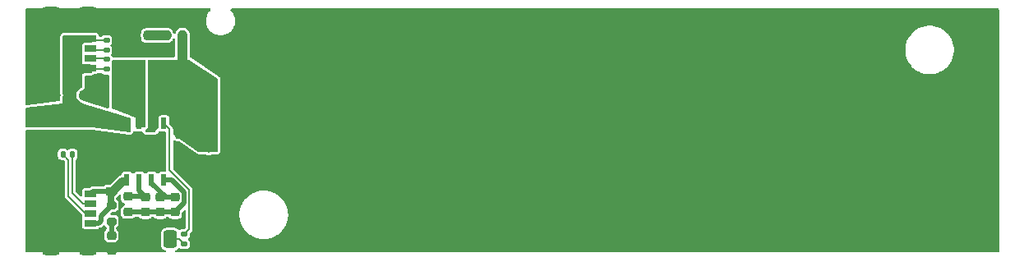
<source format=gbr>
%TF.GenerationSoftware,KiCad,Pcbnew,9.0.6*%
%TF.CreationDate,2026-02-27T22:21:18+08:00*%
%TF.ProjectId,minipower,6d696e69-706f-4776-9572-2e6b69636164,rev?*%
%TF.SameCoordinates,Original*%
%TF.FileFunction,Copper,L1,Top*%
%TF.FilePolarity,Positive*%
%FSLAX46Y46*%
G04 Gerber Fmt 4.6, Leading zero omitted, Abs format (unit mm)*
G04 Created by KiCad (PCBNEW 9.0.6) date 2026-02-27 22:21:18*
%MOMM*%
%LPD*%
G01*
G04 APERTURE LIST*
G04 Aperture macros list*
%AMRoundRect*
0 Rectangle with rounded corners*
0 $1 Rounding radius*
0 $2 $3 $4 $5 $6 $7 $8 $9 X,Y pos of 4 corners*
0 Add a 4 corners polygon primitive as box body*
4,1,4,$2,$3,$4,$5,$6,$7,$8,$9,$2,$3,0*
0 Add four circle primitives for the rounded corners*
1,1,$1+$1,$2,$3*
1,1,$1+$1,$4,$5*
1,1,$1+$1,$6,$7*
1,1,$1+$1,$8,$9*
0 Add four rect primitives between the rounded corners*
20,1,$1+$1,$2,$3,$4,$5,0*
20,1,$1+$1,$4,$5,$6,$7,0*
20,1,$1+$1,$6,$7,$8,$9,0*
20,1,$1+$1,$8,$9,$2,$3,0*%
G04 Aperture macros list end*
%TA.AperFunction,SMDPad,CuDef*%
%ADD10R,0.600000X1.200000*%
%TD*%
%TA.AperFunction,SMDPad,CuDef*%
%ADD11R,3.300000X2.400000*%
%TD*%
%TA.AperFunction,SMDPad,CuDef*%
%ADD12R,2.000000X3.400000*%
%TD*%
%TA.AperFunction,SMDPad,CuDef*%
%ADD13RoundRect,0.225000X-0.250000X0.225000X-0.250000X-0.225000X0.250000X-0.225000X0.250000X0.225000X0*%
%TD*%
%TA.AperFunction,SMDPad,CuDef*%
%ADD14RoundRect,0.250000X-0.650000X0.325000X-0.650000X-0.325000X0.650000X-0.325000X0.650000X0.325000X0*%
%TD*%
%TA.AperFunction,SMDPad,CuDef*%
%ADD15RoundRect,0.225000X0.250000X-0.225000X0.250000X0.225000X-0.250000X0.225000X-0.250000X-0.225000X0*%
%TD*%
%TA.AperFunction,SMDPad,CuDef*%
%ADD16RoundRect,0.250000X-0.425000X-0.650000X0.425000X-0.650000X0.425000X0.650000X-0.425000X0.650000X0*%
%TD*%
%TA.AperFunction,ComponentPad*%
%ADD17O,1.900000X1.100000*%
%TD*%
%TA.AperFunction,SMDPad,CuDef*%
%ADD18R,1.200000X0.700000*%
%TD*%
%TA.AperFunction,SMDPad,CuDef*%
%ADD19R,1.200000X0.800000*%
%TD*%
%TA.AperFunction,SMDPad,CuDef*%
%ADD20RoundRect,0.135000X-0.135000X-0.185000X0.135000X-0.185000X0.135000X0.185000X-0.135000X0.185000X0*%
%TD*%
%TA.AperFunction,SMDPad,CuDef*%
%ADD21RoundRect,0.225000X0.225000X0.250000X-0.225000X0.250000X-0.225000X-0.250000X0.225000X-0.250000X0*%
%TD*%
%TA.AperFunction,SMDPad,CuDef*%
%ADD22RoundRect,0.200000X-0.275000X0.200000X-0.275000X-0.200000X0.275000X-0.200000X0.275000X0.200000X0*%
%TD*%
%TA.AperFunction,SMDPad,CuDef*%
%ADD23RoundRect,0.135000X-0.185000X0.135000X-0.185000X-0.135000X0.185000X-0.135000X0.185000X0.135000X0*%
%TD*%
%TA.AperFunction,SMDPad,CuDef*%
%ADD24RoundRect,0.218750X-0.256250X0.218750X-0.256250X-0.218750X0.256250X-0.218750X0.256250X0.218750X0*%
%TD*%
%TA.AperFunction,SMDPad,CuDef*%
%ADD25RoundRect,0.218750X0.256250X-0.218750X0.256250X0.218750X-0.256250X0.218750X-0.256250X-0.218750X0*%
%TD*%
%TA.AperFunction,SMDPad,CuDef*%
%ADD26RoundRect,0.135000X0.135000X0.185000X-0.135000X0.185000X-0.135000X-0.185000X0.135000X-0.185000X0*%
%TD*%
%TA.AperFunction,ComponentPad*%
%ADD27O,1.500000X4.200000*%
%TD*%
%TA.AperFunction,SMDPad,CuDef*%
%ADD28RoundRect,0.135000X0.185000X-0.135000X0.185000X0.135000X-0.185000X0.135000X-0.185000X-0.135000X0*%
%TD*%
%TA.AperFunction,SMDPad,CuDef*%
%ADD29RoundRect,0.200000X0.200000X0.275000X-0.200000X0.275000X-0.200000X-0.275000X0.200000X-0.275000X0*%
%TD*%
%TA.AperFunction,ViaPad*%
%ADD30C,0.600000*%
%TD*%
%TA.AperFunction,Conductor*%
%ADD31C,0.200000*%
%TD*%
%TA.AperFunction,Conductor*%
%ADD32C,0.500000*%
%TD*%
%TA.AperFunction,Conductor*%
%ADD33C,1.000000*%
%TD*%
G04 APERTURE END LIST*
D10*
%TO.P,U1,1,VIN*%
%TO.N,/VIN*%
X106595000Y-66908500D03*
%TO.P,U1,2,LED1*%
%TO.N,Net-(D1-A)*%
X107865000Y-66908500D03*
%TO.P,U1,3,LED2*%
%TO.N,Net-(D3-A)*%
X109135000Y-66908500D03*
%TO.P,U1,4,LED3*%
%TO.N,Net-(D1-K)*%
X110405000Y-66908500D03*
%TO.P,U1,5,KEY*%
%TO.N,Net-(U1-KEY)*%
X110405000Y-61091500D03*
%TO.P,U1,6,BAT*%
%TO.N,/BAT*%
X109135000Y-61091500D03*
%TO.P,U1,7,SW*%
%TO.N,/SW*%
X107865000Y-61091500D03*
%TO.P,U1,8,VOUT*%
%TO.N,/VOUT*%
X106595000Y-61091500D03*
D11*
%TO.P,U1,9,EP*%
%TO.N,GND*%
X108500000Y-64000000D03*
%TD*%
D12*
%TO.P,L2,1,1*%
%TO.N,/SW*%
X106199898Y-56567500D03*
%TO.P,L2,2,2*%
%TO.N,/BAT*%
X111800102Y-56567500D03*
%TD*%
D13*
%TO.P,C6,1*%
%TO.N,Net-(C6-Pad1)*%
X105000000Y-72631000D03*
%TO.P,C6,2*%
%TO.N,GND*%
X105000000Y-74181000D03*
%TD*%
D14*
%TO.P,C5,1*%
%TO.N,/VOUT*%
X99500000Y-60025000D03*
%TO.P,C5,2*%
%TO.N,GND*%
X99500000Y-62975000D03*
%TD*%
D13*
%TO.P,C2,1*%
%TO.N,/BAT*%
X112056000Y-62225000D03*
%TO.P,C2,2*%
%TO.N,GND*%
X112056000Y-63775000D03*
%TD*%
D15*
%TO.P,C1,1*%
%TO.N,/VIN*%
X104902000Y-68085000D03*
%TO.P,C1,2*%
%TO.N,GND*%
X104902000Y-66535000D03*
%TD*%
D16*
%TO.P,S1,1,A*%
%TO.N,GND*%
X106925000Y-73000000D03*
%TO.P,S1,2,B*%
%TO.N,Net-(S1-B)*%
X111075000Y-73000000D03*
%TD*%
D17*
%TO.P,U2,7,EH*%
%TO.N,GND*%
X102613000Y-65532000D03*
X98813000Y-65532000D03*
X102613000Y-74172000D03*
X98813000Y-74172000D03*
D18*
%TO.P,U2,A5,CC1*%
%TO.N,Net-(U2-CC1)*%
X102863000Y-69352000D03*
%TO.P,U2,A9,VBUS*%
%TO.N,/VIN*%
X102863000Y-71352000D03*
D19*
%TO.P,U2,A12,GND*%
%TO.N,GND*%
X102863000Y-72552000D03*
D18*
%TO.P,U2,B5,CC2*%
%TO.N,Net-(U2-CC2)*%
X102863000Y-70352000D03*
%TO.P,U2,B9,VBUS*%
%TO.N,/VIN*%
X102863000Y-68352000D03*
D19*
%TO.P,U2,B12,GND*%
%TO.N,GND*%
X102863000Y-67152000D03*
%TD*%
D20*
%TO.P,R6,1*%
%TO.N,Net-(U2-CC1)*%
X100990000Y-64262000D03*
%TO.P,R6,2*%
%TO.N,GND*%
X102010000Y-64262000D03*
%TD*%
D21*
%TO.P,C7,1*%
%TO.N,Net-(C7-Pad1)*%
X108775000Y-52000000D03*
%TO.P,C7,2*%
%TO.N,GND*%
X107225000Y-52000000D03*
%TD*%
D22*
%TO.P,R3,1*%
%TO.N,/VIN*%
X105000000Y-69533000D03*
%TO.P,R3,2*%
%TO.N,Net-(C6-Pad1)*%
X105000000Y-71183000D03*
%TD*%
D23*
%TO.P,R1,1*%
%TO.N,Net-(U1-KEY)*%
X112500000Y-72490000D03*
%TO.P,R1,2*%
%TO.N,Net-(S1-B)*%
X112500000Y-73510000D03*
%TD*%
D24*
%TO.P,D2,1,K*%
%TO.N,Net-(D1-A)*%
X108500000Y-68660500D03*
%TO.P,D2,2,A*%
%TO.N,Net-(D1-K)*%
X108500000Y-70235500D03*
%TD*%
D25*
%TO.P,D1,1,K*%
%TO.N,Net-(D1-K)*%
X106722000Y-70210000D03*
%TO.P,D1,2,A*%
%TO.N,Net-(D1-A)*%
X106722000Y-68635000D03*
%TD*%
D26*
%TO.P,R5,1*%
%TO.N,Net-(U2-CC2)*%
X100010000Y-64262000D03*
%TO.P,R5,2*%
%TO.N,GND*%
X98990000Y-64262000D03*
%TD*%
D23*
%TO.P,R7,1*%
%TO.N,Net-(U3-CC2)*%
X104500000Y-54490000D03*
%TO.P,R7,2*%
%TO.N,/VOUT*%
X104500000Y-55510000D03*
%TD*%
D27*
%TO.P,U6,1,1*%
%TO.N,/BAT*%
X115000000Y-62000000D03*
%TO.P,U6,2,2*%
%TO.N,GND*%
X195000000Y-62000000D03*
%TD*%
D24*
%TO.P,D4,1,K*%
%TO.N,Net-(D3-A)*%
X111548000Y-68660500D03*
%TO.P,D4,2,A*%
%TO.N,Net-(D1-K)*%
X111548000Y-70235500D03*
%TD*%
D14*
%TO.P,C4,1*%
%TO.N,/VOUT*%
X102000000Y-60025000D03*
%TO.P,C4,2*%
%TO.N,GND*%
X102000000Y-62975000D03*
%TD*%
D25*
%TO.P,D3,1,K*%
%TO.N,Net-(D1-K)*%
X110024000Y-70235500D03*
%TO.P,D3,2,A*%
%TO.N,Net-(D3-A)*%
X110024000Y-68660500D03*
%TD*%
D28*
%TO.P,R8,1*%
%TO.N,Net-(U3-CC1)*%
X104500000Y-53510000D03*
%TO.P,R8,2*%
%TO.N,/VOUT*%
X104500000Y-52490000D03*
%TD*%
D29*
%TO.P,R4,1*%
%TO.N,/BAT*%
X112325000Y-52000000D03*
%TO.P,R4,2*%
%TO.N,Net-(C7-Pad1)*%
X110675000Y-52000000D03*
%TD*%
D17*
%TO.P,U3,7,EH*%
%TO.N,GND*%
X102606000Y-49526000D03*
X98806000Y-49526000D03*
X102606000Y-58166000D03*
X98806000Y-58166000D03*
D18*
%TO.P,U3,A5,CC1*%
%TO.N,Net-(U3-CC1)*%
X102856000Y-53346000D03*
%TO.P,U3,A9,VBUS*%
%TO.N,/VOUT*%
X102856000Y-55346000D03*
D19*
%TO.P,U3,A12,GND*%
%TO.N,GND*%
X102856000Y-56546000D03*
D18*
%TO.P,U3,B5,CC2*%
%TO.N,Net-(U3-CC2)*%
X102856000Y-54346000D03*
%TO.P,U3,B9,VBUS*%
%TO.N,/VOUT*%
X102856000Y-52346000D03*
D19*
%TO.P,U3,B12,GND*%
%TO.N,GND*%
X102856000Y-51146000D03*
%TD*%
D14*
%TO.P,C3,1*%
%TO.N,/VOUT*%
X104500000Y-60525000D03*
%TO.P,C3,2*%
%TO.N,GND*%
X104500000Y-63475000D03*
%TD*%
D30*
%TO.N,GND*%
X110000000Y-63500000D03*
X110000000Y-64500000D03*
X107000000Y-64500000D03*
X107000000Y-63500000D03*
X107500000Y-63000000D03*
X108000000Y-63500000D03*
X107500000Y-64000000D03*
X108000000Y-64500000D03*
X107500000Y-65000000D03*
X108500000Y-65000000D03*
X109000000Y-64500000D03*
X109500000Y-65000000D03*
X109500000Y-64000000D03*
X109500000Y-63000000D03*
X109000000Y-63500000D03*
X108500000Y-63000000D03*
X108500000Y-64000000D03*
X108500000Y-64000000D03*
X108500000Y-64000000D03*
X102856000Y-56546000D03*
X97000000Y-62975000D03*
X102863000Y-72552000D03*
X102000000Y-63475000D03*
X104902000Y-66535000D03*
X102856000Y-51146000D03*
X104500000Y-63475000D03*
%TD*%
D31*
%TO.N,Net-(U2-CC2)*%
X100589000Y-64841000D02*
X100010000Y-64262000D01*
X100589000Y-68589000D02*
X100589000Y-64841000D01*
X102352000Y-70352000D02*
X100589000Y-68589000D01*
X102863000Y-70352000D02*
X102352000Y-70352000D01*
%TO.N,Net-(U2-CC1)*%
X100990000Y-68279000D02*
X102063000Y-69352000D01*
X102063000Y-69352000D02*
X102863000Y-69352000D01*
X100990000Y-64262000D02*
X100990000Y-68279000D01*
%TO.N,Net-(U1-KEY)*%
X113025000Y-67930036D02*
X113025000Y-71965000D01*
X113025000Y-71965000D02*
X112500000Y-72490000D01*
X111000000Y-65905036D02*
X113025000Y-67930036D01*
X111000000Y-61686500D02*
X111000000Y-65905036D01*
X110405000Y-61091500D02*
X111000000Y-61686500D01*
D32*
%TO.N,/VIN*%
X103130000Y-68085000D02*
X102863000Y-68352000D01*
X104902000Y-68085000D02*
X103130000Y-68085000D01*
X103914000Y-71153000D02*
X103715000Y-71352000D01*
X103914000Y-70619000D02*
X103914000Y-71153000D01*
X105000000Y-69533000D02*
X103914000Y-70619000D01*
X103715000Y-71352000D02*
X102863000Y-71352000D01*
X105000000Y-68503500D02*
X105000000Y-69533000D01*
X106595000Y-66908500D02*
X105000000Y-68503500D01*
X104902000Y-69435000D02*
X105000000Y-69533000D01*
X104902000Y-68085000D02*
X104902000Y-69435000D01*
X106078500Y-66908500D02*
X104902000Y-68085000D01*
X106595000Y-66908500D02*
X106078500Y-66908500D01*
D33*
%TO.N,GND*%
X107225000Y-52000000D02*
X106371000Y-51146000D01*
X106371000Y-51146000D02*
X102856000Y-51146000D01*
%TO.N,/BAT*%
X112325000Y-56042602D02*
X111800102Y-56567500D01*
X112325000Y-52000000D02*
X112325000Y-56042602D01*
D31*
%TO.N,/VOUT*%
X104500000Y-55510000D02*
X103020000Y-55510000D01*
X103020000Y-55510000D02*
X102856000Y-55346000D01*
X104500000Y-52490000D02*
X103000000Y-52490000D01*
X103000000Y-52490000D02*
X102856000Y-52346000D01*
D32*
%TO.N,Net-(C6-Pad1)*%
X105000000Y-71183000D02*
X105000000Y-72631000D01*
D33*
%TO.N,Net-(C7-Pad1)*%
X110675000Y-52000000D02*
X108775000Y-52000000D01*
D32*
%TO.N,Net-(D1-A)*%
X107865000Y-68025500D02*
X108500000Y-68660500D01*
X108474500Y-68635000D02*
X108500000Y-68660500D01*
X107865000Y-68025500D02*
X107865000Y-66908500D01*
X106722000Y-68635000D02*
X108474500Y-68635000D01*
%TO.N,Net-(D1-K)*%
X112474000Y-68158268D02*
X112474000Y-69309500D01*
X112474000Y-69309500D02*
X111548000Y-70235500D01*
X106722000Y-70210000D02*
X111522500Y-70210000D01*
X110405000Y-66908500D02*
X111224232Y-66908500D01*
X111224232Y-66908500D02*
X112474000Y-68158268D01*
%TO.N,Net-(D3-A)*%
X110587000Y-68660500D02*
X111548000Y-68660500D01*
X109135000Y-67208500D02*
X110587000Y-68660500D01*
D31*
%TO.N,Net-(S1-B)*%
X111075000Y-73000000D02*
X111990000Y-73000000D01*
X111990000Y-73000000D02*
X112500000Y-73510000D01*
%TO.N,Net-(U3-CC2)*%
X102856000Y-54346000D02*
X104356000Y-54346000D01*
X104356000Y-54346000D02*
X104500000Y-54490000D01*
X102862000Y-54352000D02*
X102856000Y-54346000D01*
%TO.N,Net-(U3-CC1)*%
X104500000Y-53510000D02*
X103020000Y-53510000D01*
X103020000Y-53510000D02*
X102856000Y-53346000D01*
%TD*%
%TA.AperFunction,Conductor*%
%TO.N,/VOUT*%
G36*
X102943039Y-52019685D02*
G01*
X102988794Y-52072489D01*
X103000000Y-52124000D01*
X103000000Y-52621500D01*
X102980315Y-52688539D01*
X102927511Y-52734294D01*
X102876000Y-52745500D01*
X102231323Y-52745500D01*
X102158264Y-52760032D01*
X102158260Y-52760033D01*
X102075399Y-52815399D01*
X102020033Y-52898260D01*
X102020032Y-52898263D01*
X102007083Y-52963363D01*
X102000000Y-52976903D01*
X102000000Y-53000000D01*
X102000000Y-55000000D01*
X102876000Y-55000000D01*
X102943039Y-55019685D01*
X102988794Y-55072489D01*
X103000000Y-55124000D01*
X103000000Y-55771500D01*
X102980315Y-55838539D01*
X102927511Y-55884294D01*
X102876000Y-55895500D01*
X102231323Y-55895500D01*
X102158264Y-55910032D01*
X102158260Y-55910033D01*
X102105481Y-55945299D01*
X102075399Y-55965399D01*
X102075398Y-55965400D01*
X102065244Y-55972185D01*
X102064254Y-55970704D01*
X102015794Y-55997166D01*
X102001272Y-55998727D01*
X102000000Y-56000000D01*
X102000000Y-57302019D01*
X101980315Y-57369058D01*
X101927511Y-57414813D01*
X101923452Y-57416580D01*
X101826827Y-57456602D01*
X101826814Y-57456609D01*
X101695711Y-57544210D01*
X101695707Y-57544213D01*
X101584213Y-57655707D01*
X101584210Y-57655711D01*
X101496609Y-57786814D01*
X101496602Y-57786827D01*
X101436264Y-57932498D01*
X101436261Y-57932510D01*
X101405500Y-58087153D01*
X101405500Y-58244846D01*
X101436261Y-58399489D01*
X101436264Y-58399501D01*
X101496602Y-58545172D01*
X101496609Y-58545185D01*
X101584210Y-58676288D01*
X101584213Y-58676292D01*
X101695707Y-58787786D01*
X101695711Y-58787789D01*
X101826814Y-58875390D01*
X101826827Y-58875397D01*
X101923452Y-58915420D01*
X101977856Y-58959261D01*
X101984466Y-58979123D01*
X102000000Y-59000000D01*
X106242908Y-60272872D01*
X106253282Y-60276494D01*
X106735438Y-60469357D01*
X106782010Y-60483021D01*
X106828062Y-60491890D01*
X106853988Y-60494363D01*
X106865215Y-60495435D01*
X106878972Y-60500333D01*
X106890487Y-60500539D01*
X106922323Y-60515769D01*
X106932028Y-60522253D01*
X106939737Y-60527845D01*
X106952623Y-60537972D01*
X106993168Y-60594873D01*
X107000000Y-60635465D01*
X107000000Y-61859535D01*
X106980315Y-61926574D01*
X106927511Y-61972329D01*
X106860620Y-61982577D01*
X103000015Y-61500001D01*
X103000002Y-61500000D01*
X103000000Y-61500000D01*
X102999996Y-61500000D01*
X96262500Y-61500000D01*
X96195461Y-61480315D01*
X96149706Y-61427511D01*
X96138500Y-61376000D01*
X96138500Y-59592151D01*
X96158185Y-59525112D01*
X96210989Y-59479357D01*
X96247113Y-59469110D01*
X100000000Y-59000000D01*
X100000000Y-58277519D01*
X100006500Y-58244842D01*
X100006500Y-58087158D01*
X100000000Y-58054480D01*
X100000000Y-52124000D01*
X100019685Y-52056961D01*
X100072489Y-52011206D01*
X100124000Y-52000000D01*
X102876000Y-52000000D01*
X102943039Y-52019685D01*
G37*
%TD.AperFunction*%
%TD*%
%TA.AperFunction,Conductor*%
%TO.N,/BAT*%
G36*
X113029495Y-54519685D02*
G01*
X113031239Y-54520826D01*
X115944784Y-56463189D01*
X115989644Y-56516753D01*
X116000000Y-56566362D01*
X116000000Y-63876000D01*
X115980315Y-63943039D01*
X115927511Y-63988794D01*
X115876000Y-64000000D01*
X114037544Y-64000000D01*
X113970505Y-63980315D01*
X113968761Y-63979174D01*
X111405717Y-62270477D01*
X111360856Y-62216912D01*
X111350500Y-62167303D01*
X111350500Y-61640358D01*
X111350500Y-61640356D01*
X111326614Y-61551212D01*
X111280470Y-61471288D01*
X111036319Y-61227137D01*
X111002834Y-61165814D01*
X111000000Y-61139456D01*
X111000000Y-60500000D01*
X110979286Y-60479286D01*
X110945801Y-60417963D01*
X110945350Y-60415796D01*
X110940967Y-60393764D01*
X110940966Y-60393760D01*
X110885601Y-60310899D01*
X110802740Y-60255534D01*
X110802739Y-60255533D01*
X110802735Y-60255532D01*
X110729677Y-60241000D01*
X110729674Y-60241000D01*
X110080326Y-60241000D01*
X110080323Y-60241000D01*
X110007264Y-60255532D01*
X110007260Y-60255533D01*
X109924399Y-60310899D01*
X109869033Y-60393760D01*
X109869032Y-60393764D01*
X109854500Y-60466821D01*
X109854500Y-61430706D01*
X109834815Y-61497745D01*
X109833674Y-61499489D01*
X109536811Y-61944783D01*
X109483246Y-61989644D01*
X109433637Y-62000000D01*
X108624000Y-62000000D01*
X108615314Y-61997449D01*
X108606353Y-61998738D01*
X108582312Y-61987759D01*
X108556961Y-61980315D01*
X108551033Y-61973474D01*
X108542797Y-61969713D01*
X108528507Y-61947478D01*
X108511206Y-61927511D01*
X108508918Y-61916996D01*
X108505023Y-61910935D01*
X108500000Y-61876000D01*
X108500000Y-61807971D01*
X108519685Y-61740932D01*
X108562642Y-61700216D01*
X108594821Y-61681892D01*
X108594821Y-61681891D01*
X108594828Y-61681888D01*
X108647632Y-61636133D01*
X108679257Y-61603359D01*
X108725465Y-61515024D01*
X108727470Y-61508198D01*
X108735214Y-61481824D01*
X108745150Y-61447985D01*
X108755500Y-61376000D01*
X108755500Y-54624000D01*
X108775185Y-54556961D01*
X108827989Y-54511206D01*
X108879500Y-54500000D01*
X112962456Y-54500000D01*
X113029495Y-54519685D01*
G37*
%TD.AperFunction*%
%TD*%
%TA.AperFunction,Conductor*%
%TO.N,/SW*%
G36*
X108443039Y-54519685D02*
G01*
X108488794Y-54572489D01*
X108500000Y-54624000D01*
X108500000Y-61376000D01*
X108480315Y-61443039D01*
X108427511Y-61488794D01*
X108376000Y-61500000D01*
X107624000Y-61500000D01*
X107556961Y-61480315D01*
X107511206Y-61427511D01*
X107500000Y-61376000D01*
X107500000Y-60499999D01*
X107128931Y-60351572D01*
X107085966Y-60317805D01*
X107084237Y-60319535D01*
X107075603Y-60310901D01*
X107075601Y-60310900D01*
X107075601Y-60310899D01*
X106992740Y-60255534D01*
X106992739Y-60255533D01*
X106992735Y-60255532D01*
X106919677Y-60241000D01*
X106919674Y-60241000D01*
X106876380Y-60241000D01*
X106830328Y-60232131D01*
X105077948Y-59531179D01*
X105023014Y-59488005D01*
X105000142Y-59421984D01*
X105000000Y-59416048D01*
X105000000Y-55907082D01*
X105012600Y-55852621D01*
X105059581Y-55756520D01*
X105059580Y-55756520D01*
X105059582Y-55756518D01*
X105070500Y-55681582D01*
X105070500Y-55338418D01*
X105059582Y-55263482D01*
X105012599Y-55167377D01*
X105009802Y-55155289D01*
X105005023Y-55147852D01*
X105000000Y-55112917D01*
X105000000Y-54887082D01*
X105012600Y-54832621D01*
X105059581Y-54736520D01*
X105059580Y-54736520D01*
X105059582Y-54736518D01*
X105070500Y-54661582D01*
X105070500Y-54624000D01*
X105090185Y-54556961D01*
X105142989Y-54511206D01*
X105194500Y-54500000D01*
X108376000Y-54500000D01*
X108443039Y-54519685D01*
G37*
%TD.AperFunction*%
%TD*%
%TA.AperFunction,Conductor*%
%TO.N,GND*%
G36*
X102991759Y-61756458D02*
G01*
X106828929Y-62236104D01*
X106899312Y-62235130D01*
X106966203Y-62224882D01*
X107008198Y-62214754D01*
X107094828Y-62165423D01*
X107147632Y-62119668D01*
X107179257Y-62086894D01*
X107225465Y-61998559D01*
X107235028Y-61965989D01*
X107272801Y-61907213D01*
X107336356Y-61878187D01*
X107405515Y-61888130D01*
X107422892Y-61897820D01*
X107467260Y-61927466D01*
X107467262Y-61927466D01*
X107467264Y-61927467D01*
X107540321Y-61941999D01*
X107540324Y-61942000D01*
X108159002Y-61942000D01*
X108170872Y-61945485D01*
X108183195Y-61944383D01*
X108203768Y-61955144D01*
X108226041Y-61961685D01*
X108235649Y-61971822D01*
X108245106Y-61976769D01*
X108266757Y-62004642D01*
X108281279Y-62030145D01*
X108288913Y-62046101D01*
X108290078Y-62049062D01*
X108305599Y-62073215D01*
X108307401Y-62076019D01*
X108318110Y-62094825D01*
X108323445Y-62100982D01*
X108327865Y-62107859D01*
X108355799Y-62143817D01*
X108355802Y-62143820D01*
X108372079Y-62155557D01*
X108396641Y-62179256D01*
X108426891Y-62195080D01*
X108436664Y-62202127D01*
X108444900Y-62205888D01*
X108444900Y-62205887D01*
X108462744Y-62214036D01*
X108462750Y-62214039D01*
X108465772Y-62215419D01*
X108484976Y-62225465D01*
X108492794Y-62227760D01*
X108500216Y-62231150D01*
X108543183Y-62246306D01*
X108564552Y-62247449D01*
X108575553Y-62248532D01*
X108624000Y-62255500D01*
X109433639Y-62255500D01*
X109433639Y-62255499D01*
X109455761Y-62253215D01*
X109485835Y-62250111D01*
X109485841Y-62250109D01*
X109485848Y-62250109D01*
X109535457Y-62239753D01*
X109559848Y-62233390D01*
X109647295Y-62185522D01*
X109700860Y-62140661D01*
X109749400Y-62086509D01*
X109833365Y-61960560D01*
X109886928Y-61915700D01*
X109956244Y-61906920D01*
X110005429Y-61926243D01*
X110007260Y-61927466D01*
X110007262Y-61927466D01*
X110007264Y-61927467D01*
X110080321Y-61941999D01*
X110080324Y-61942000D01*
X110080326Y-61942000D01*
X110525500Y-61942000D01*
X110592539Y-61961685D01*
X110638294Y-62014489D01*
X110649500Y-62066000D01*
X110649500Y-65934000D01*
X110629815Y-66001039D01*
X110577011Y-66046794D01*
X110525500Y-66058000D01*
X110080323Y-66058000D01*
X110007264Y-66072532D01*
X110007260Y-66072533D01*
X109924398Y-66127899D01*
X109873102Y-66204671D01*
X109819490Y-66249476D01*
X109750165Y-66258183D01*
X109687138Y-66228029D01*
X109666898Y-66204671D01*
X109615601Y-66127899D01*
X109532739Y-66072533D01*
X109532735Y-66072532D01*
X109459677Y-66058000D01*
X109459674Y-66058000D01*
X108810326Y-66058000D01*
X108810323Y-66058000D01*
X108737264Y-66072532D01*
X108737260Y-66072533D01*
X108654398Y-66127899D01*
X108603102Y-66204671D01*
X108549490Y-66249476D01*
X108480165Y-66258183D01*
X108417138Y-66228029D01*
X108396898Y-66204671D01*
X108345601Y-66127899D01*
X108262739Y-66072533D01*
X108262735Y-66072532D01*
X108189677Y-66058000D01*
X108189674Y-66058000D01*
X107540326Y-66058000D01*
X107540323Y-66058000D01*
X107467264Y-66072532D01*
X107467260Y-66072533D01*
X107384398Y-66127899D01*
X107333102Y-66204671D01*
X107279490Y-66249476D01*
X107210165Y-66258183D01*
X107147138Y-66228029D01*
X107126898Y-66204671D01*
X107075601Y-66127899D01*
X106992739Y-66072533D01*
X106992735Y-66072532D01*
X106919677Y-66058000D01*
X106919674Y-66058000D01*
X106270326Y-66058000D01*
X106270323Y-66058000D01*
X106197264Y-66072532D01*
X106197260Y-66072533D01*
X106114399Y-66127899D01*
X106059033Y-66210760D01*
X106059032Y-66210764D01*
X106044500Y-66283821D01*
X106044500Y-66304306D01*
X106024815Y-66371345D01*
X105972011Y-66417100D01*
X105952600Y-66424078D01*
X105885314Y-66442108D01*
X105885312Y-66442108D01*
X105885312Y-66442109D01*
X105771186Y-66508000D01*
X105771183Y-66508002D01*
X105677998Y-66601188D01*
X104931003Y-67348181D01*
X104869680Y-67381666D01*
X104843323Y-67384500D01*
X104606519Y-67384500D01*
X104606509Y-67384501D01*
X104549885Y-67390587D01*
X104421771Y-67438373D01*
X104421770Y-67438373D01*
X104312318Y-67520307D01*
X104312312Y-67520313D01*
X104301459Y-67534812D01*
X104245524Y-67576683D01*
X104202193Y-67584500D01*
X103064108Y-67584500D01*
X102936812Y-67618608D01*
X102822686Y-67684500D01*
X102822683Y-67684502D01*
X102792005Y-67715181D01*
X102730682Y-67748666D01*
X102704324Y-67751500D01*
X102238323Y-67751500D01*
X102165264Y-67766032D01*
X102165260Y-67766033D01*
X102082399Y-67821399D01*
X102027033Y-67904260D01*
X102027032Y-67904264D01*
X102012500Y-67977321D01*
X102012500Y-68506456D01*
X101992815Y-68573495D01*
X101940011Y-68619250D01*
X101870853Y-68629194D01*
X101807297Y-68600169D01*
X101800819Y-68594137D01*
X101376819Y-68170137D01*
X101343334Y-68108814D01*
X101340500Y-68082456D01*
X101340500Y-64828040D01*
X101360185Y-64761001D01*
X101376814Y-64740363D01*
X101443076Y-64674102D01*
X101443076Y-64674100D01*
X101443078Y-64674099D01*
X101471329Y-64616310D01*
X101499582Y-64558518D01*
X101510500Y-64483582D01*
X101510500Y-64040418D01*
X101499582Y-63965482D01*
X101480000Y-63925426D01*
X101443078Y-63849900D01*
X101443076Y-63849897D01*
X101352102Y-63758923D01*
X101352099Y-63758921D01*
X101236521Y-63702419D01*
X101236519Y-63702418D01*
X101236518Y-63702418D01*
X101161582Y-63691500D01*
X100818418Y-63691500D01*
X100743482Y-63702418D01*
X100743480Y-63702418D01*
X100743478Y-63702419D01*
X100627900Y-63758921D01*
X100627897Y-63758923D01*
X100587681Y-63799140D01*
X100526358Y-63832625D01*
X100456666Y-63827641D01*
X100412319Y-63799140D01*
X100372102Y-63758923D01*
X100372099Y-63758921D01*
X100256521Y-63702419D01*
X100256519Y-63702418D01*
X100256518Y-63702418D01*
X100181582Y-63691500D01*
X99838418Y-63691500D01*
X99763482Y-63702418D01*
X99763480Y-63702418D01*
X99763478Y-63702419D01*
X99647900Y-63758921D01*
X99647897Y-63758923D01*
X99556923Y-63849897D01*
X99556921Y-63849900D01*
X99500419Y-63965478D01*
X99500418Y-63965480D01*
X99500418Y-63965482D01*
X99489500Y-64040418D01*
X99489500Y-64483582D01*
X99500418Y-64558518D01*
X99500418Y-64558519D01*
X99500419Y-64558521D01*
X99556921Y-64674099D01*
X99556923Y-64674102D01*
X99647897Y-64765076D01*
X99647900Y-64765078D01*
X99758656Y-64819222D01*
X99763482Y-64821582D01*
X99838418Y-64832500D01*
X100033456Y-64832500D01*
X100062896Y-64841144D01*
X100092883Y-64847668D01*
X100097898Y-64851422D01*
X100100495Y-64852185D01*
X100121137Y-64868819D01*
X100202181Y-64949863D01*
X100235666Y-65011186D01*
X100238500Y-65037544D01*
X100238500Y-68635145D01*
X100254989Y-68696684D01*
X100262385Y-68724285D01*
X100262387Y-68724290D01*
X100308527Y-68804208D01*
X100308531Y-68804213D01*
X101976181Y-70471863D01*
X102009666Y-70533186D01*
X102012500Y-70559544D01*
X102012500Y-70726674D01*
X102012500Y-70726676D01*
X102012499Y-70726676D01*
X102027033Y-70799740D01*
X102029025Y-70804548D01*
X102036494Y-70874017D01*
X102029025Y-70899452D01*
X102027033Y-70904259D01*
X102012500Y-70977323D01*
X102012500Y-71726678D01*
X102027032Y-71799735D01*
X102027033Y-71799739D01*
X102027034Y-71799740D01*
X102082399Y-71882601D01*
X102136676Y-71918867D01*
X102165260Y-71937966D01*
X102165264Y-71937967D01*
X102238321Y-71952499D01*
X102238324Y-71952500D01*
X102238326Y-71952500D01*
X103487676Y-71952500D01*
X103487677Y-71952499D01*
X103560740Y-71937966D01*
X103643601Y-71882601D01*
X103643600Y-71882601D01*
X103653756Y-71875816D01*
X103655745Y-71878793D01*
X103698707Y-71855334D01*
X103725065Y-71852500D01*
X103780890Y-71852500D01*
X103780892Y-71852500D01*
X103908186Y-71818392D01*
X104022314Y-71752500D01*
X104159483Y-71615330D01*
X104169016Y-71610124D01*
X104175780Y-71601619D01*
X104199143Y-71593673D01*
X104220801Y-71581848D01*
X104231639Y-71582623D01*
X104241929Y-71579124D01*
X104265878Y-71585071D01*
X104290493Y-71586832D01*
X104300977Y-71593788D01*
X104309739Y-71595964D01*
X104325214Y-71609868D01*
X104337364Y-71617930D01*
X104342489Y-71623363D01*
X104402850Y-71705150D01*
X104458079Y-71745910D01*
X104465704Y-71753994D01*
X104476707Y-71775624D01*
X104491384Y-71794954D01*
X104494126Y-71809866D01*
X104497384Y-71816269D01*
X104496647Y-71823568D01*
X104499500Y-71839078D01*
X104499500Y-71937478D01*
X104479815Y-72004517D01*
X104449812Y-72036744D01*
X104410313Y-72066312D01*
X104410307Y-72066318D01*
X104328374Y-72175769D01*
X104328372Y-72175773D01*
X104328372Y-72175774D01*
X104328238Y-72176134D01*
X104280587Y-72303889D01*
X104274500Y-72360498D01*
X104274500Y-72901481D01*
X104274501Y-72901490D01*
X104280587Y-72958114D01*
X104296665Y-73001218D01*
X104328372Y-73086226D01*
X104410313Y-73195687D01*
X104519774Y-73277628D01*
X104647886Y-73325412D01*
X104704515Y-73331500D01*
X105295484Y-73331499D01*
X105352114Y-73325412D01*
X105480226Y-73277628D01*
X105589687Y-73195687D01*
X105671628Y-73086226D01*
X105719412Y-72958114D01*
X105721687Y-72936944D01*
X105725499Y-72901501D01*
X105725499Y-72901490D01*
X105725500Y-72901485D01*
X105725499Y-72360516D01*
X105719412Y-72303886D01*
X105671628Y-72175774D01*
X105671626Y-72175771D01*
X105671626Y-72175770D01*
X105589692Y-72066318D01*
X105589686Y-72066312D01*
X105550188Y-72036744D01*
X105547451Y-72033088D01*
X105543297Y-72031191D01*
X105526705Y-72005373D01*
X105508318Y-71980810D01*
X105507302Y-71975182D01*
X105505523Y-71972413D01*
X105500500Y-71937478D01*
X105500500Y-71839078D01*
X105520185Y-71772039D01*
X105550864Y-71739310D01*
X105597150Y-71705150D01*
X105677793Y-71595882D01*
X105714932Y-71489745D01*
X105722646Y-71467701D01*
X105722646Y-71467699D01*
X105725500Y-71437269D01*
X105725500Y-70928730D01*
X105722646Y-70898300D01*
X105722646Y-70898298D01*
X105684565Y-70789471D01*
X105677793Y-70770118D01*
X105597150Y-70660850D01*
X105487882Y-70580207D01*
X105487880Y-70580206D01*
X105359700Y-70535353D01*
X105329270Y-70532500D01*
X105329266Y-70532500D01*
X105007676Y-70532500D01*
X104986430Y-70526261D01*
X104964342Y-70524682D01*
X104953558Y-70516609D01*
X104940637Y-70512815D01*
X104926137Y-70496081D01*
X104908409Y-70482810D01*
X104903701Y-70470189D01*
X104894882Y-70460011D01*
X104891730Y-70438093D01*
X104883992Y-70417346D01*
X104886854Y-70404185D01*
X104884938Y-70390853D01*
X104894137Y-70370709D01*
X104898844Y-70349073D01*
X104912112Y-70331347D01*
X104913963Y-70327297D01*
X104919995Y-70320819D01*
X105020995Y-70219819D01*
X105082318Y-70186334D01*
X105108676Y-70183500D01*
X105329270Y-70183500D01*
X105359699Y-70180646D01*
X105359701Y-70180646D01*
X105423790Y-70158219D01*
X105487882Y-70135793D01*
X105597150Y-70055150D01*
X105677793Y-69945882D01*
X105710644Y-69852000D01*
X105722646Y-69817701D01*
X105722646Y-69817699D01*
X105725500Y-69787269D01*
X105725500Y-69278730D01*
X105722646Y-69248300D01*
X105722646Y-69248298D01*
X105677793Y-69120119D01*
X105677792Y-69120117D01*
X105677173Y-69119278D01*
X105597150Y-69010850D01*
X105597146Y-69010847D01*
X105550866Y-68976690D01*
X105547843Y-68972709D01*
X105543297Y-68970633D01*
X105526926Y-68945159D01*
X105508615Y-68921042D01*
X105507487Y-68914911D01*
X105505523Y-68911855D01*
X105500500Y-68876920D01*
X105500500Y-68762176D01*
X105520185Y-68695137D01*
X105536819Y-68674495D01*
X105784819Y-68426495D01*
X105846142Y-68393010D01*
X105915834Y-68397994D01*
X105971767Y-68439866D01*
X105996184Y-68505330D01*
X105996500Y-68514176D01*
X105996500Y-68898644D01*
X106002509Y-68954524D01*
X106049662Y-69080947D01*
X106049664Y-69080950D01*
X106130528Y-69188972D01*
X106209783Y-69248301D01*
X106238549Y-69269835D01*
X106238552Y-69269837D01*
X106336361Y-69306318D01*
X106392295Y-69348189D01*
X106416712Y-69413654D01*
X106401860Y-69481927D01*
X106352455Y-69531332D01*
X106336361Y-69538682D01*
X106238552Y-69575162D01*
X106238549Y-69575164D01*
X106130528Y-69656028D01*
X106049664Y-69764049D01*
X106049662Y-69764052D01*
X106002509Y-69890475D01*
X105996500Y-69946355D01*
X105996500Y-70473644D01*
X106002509Y-70529524D01*
X106049662Y-70655947D01*
X106049664Y-70655950D01*
X106130528Y-70763972D01*
X106238546Y-70844833D01*
X106238549Y-70844835D01*
X106238552Y-70844837D01*
X106364975Y-70891990D01*
X106364978Y-70891991D01*
X106394318Y-70895145D01*
X106420855Y-70897999D01*
X106420870Y-70898000D01*
X107023130Y-70898000D01*
X107023144Y-70897999D01*
X107045023Y-70895646D01*
X107079022Y-70891991D01*
X107205450Y-70844836D01*
X107259269Y-70804548D01*
X107313466Y-70763977D01*
X107313468Y-70763974D01*
X107313472Y-70763972D01*
X107316303Y-70760190D01*
X107372235Y-70718319D01*
X107415570Y-70710500D01*
X107787340Y-70710500D01*
X107854379Y-70730185D01*
X107886606Y-70760188D01*
X107908528Y-70789472D01*
X108016549Y-70870335D01*
X108016552Y-70870337D01*
X108091527Y-70898301D01*
X108142978Y-70917491D01*
X108172318Y-70920645D01*
X108198855Y-70923499D01*
X108198870Y-70923500D01*
X108801130Y-70923500D01*
X108801144Y-70923499D01*
X108823023Y-70921146D01*
X108857022Y-70917491D01*
X108983450Y-70870336D01*
X109091472Y-70789472D01*
X109113394Y-70760188D01*
X109117049Y-70757451D01*
X109118947Y-70753297D01*
X109144764Y-70736705D01*
X109169328Y-70718318D01*
X109174955Y-70717302D01*
X109177725Y-70715523D01*
X109212660Y-70710500D01*
X109311340Y-70710500D01*
X109378379Y-70730185D01*
X109410606Y-70760188D01*
X109432528Y-70789472D01*
X109540549Y-70870335D01*
X109540552Y-70870337D01*
X109615527Y-70898301D01*
X109666978Y-70917491D01*
X109696318Y-70920645D01*
X109722855Y-70923499D01*
X109722870Y-70923500D01*
X110325130Y-70923500D01*
X110325144Y-70923499D01*
X110347023Y-70921146D01*
X110381022Y-70917491D01*
X110507450Y-70870336D01*
X110615472Y-70789472D01*
X110637394Y-70760188D01*
X110641049Y-70757451D01*
X110642947Y-70753297D01*
X110668764Y-70736705D01*
X110693328Y-70718318D01*
X110698955Y-70717302D01*
X110701725Y-70715523D01*
X110736660Y-70710500D01*
X110835340Y-70710500D01*
X110902379Y-70730185D01*
X110934606Y-70760188D01*
X110956528Y-70789472D01*
X111064549Y-70870335D01*
X111064552Y-70870337D01*
X111139527Y-70898301D01*
X111190978Y-70917491D01*
X111220318Y-70920645D01*
X111246855Y-70923499D01*
X111246870Y-70923500D01*
X111849130Y-70923500D01*
X111849144Y-70923499D01*
X111871023Y-70921146D01*
X111905022Y-70917491D01*
X112031450Y-70870336D01*
X112139472Y-70789472D01*
X112220336Y-70681450D01*
X112267491Y-70555022D01*
X112272527Y-70508182D01*
X112273499Y-70499144D01*
X112273500Y-70499129D01*
X112273500Y-70269176D01*
X112282144Y-70239735D01*
X112288668Y-70209749D01*
X112292422Y-70204733D01*
X112293185Y-70202137D01*
X112309819Y-70181495D01*
X112462819Y-70028495D01*
X112524142Y-69995010D01*
X112593834Y-69999994D01*
X112649767Y-70041866D01*
X112674184Y-70107330D01*
X112674500Y-70116176D01*
X112674500Y-71768456D01*
X112654815Y-71835495D01*
X112638181Y-71856137D01*
X112561137Y-71933181D01*
X112499814Y-71966666D01*
X112473456Y-71969500D01*
X112278418Y-71969500D01*
X112203482Y-71980418D01*
X112203480Y-71980418D01*
X112203478Y-71980419D01*
X112087900Y-72036921D01*
X112076387Y-72048434D01*
X112015063Y-72081917D01*
X111945371Y-72076931D01*
X111889442Y-72035062D01*
X111857546Y-71992454D01*
X111830775Y-71972413D01*
X111742335Y-71906206D01*
X111742328Y-71906202D01*
X111607482Y-71855908D01*
X111607483Y-71855908D01*
X111547883Y-71849501D01*
X111547881Y-71849500D01*
X111547873Y-71849500D01*
X111547864Y-71849500D01*
X110602129Y-71849500D01*
X110602123Y-71849501D01*
X110542516Y-71855908D01*
X110407671Y-71906202D01*
X110407664Y-71906206D01*
X110292455Y-71992452D01*
X110292452Y-71992455D01*
X110206206Y-72107664D01*
X110206202Y-72107671D01*
X110155908Y-72242517D01*
X110149501Y-72302116D01*
X110149500Y-72302135D01*
X110149500Y-73697870D01*
X110149501Y-73697876D01*
X110155908Y-73757483D01*
X110206202Y-73892328D01*
X110206206Y-73892335D01*
X110292452Y-74007544D01*
X110292455Y-74007547D01*
X110407664Y-74093793D01*
X110407671Y-74093797D01*
X110539103Y-74142818D01*
X110595037Y-74184689D01*
X110619454Y-74250153D01*
X110604602Y-74318426D01*
X110555197Y-74367832D01*
X110495770Y-74383000D01*
X96262500Y-74383000D01*
X96195461Y-74363315D01*
X96149706Y-74310511D01*
X96138500Y-74259000D01*
X96138500Y-61879500D01*
X96158185Y-61812461D01*
X96210989Y-61766706D01*
X96262500Y-61755500D01*
X102976379Y-61755500D01*
X102991759Y-61756458D01*
G37*
%TD.AperFunction*%
%TA.AperFunction,Conductor*%
G36*
X115127595Y-49228238D02*
G01*
X115149684Y-49229818D01*
X115160467Y-49237890D01*
X115173389Y-49241685D01*
X115187888Y-49258418D01*
X115205617Y-49271690D01*
X115210324Y-49284310D01*
X115219144Y-49294489D01*
X115222295Y-49316406D01*
X115230034Y-49337154D01*
X115227171Y-49350314D01*
X115229088Y-49363647D01*
X115219888Y-49383790D01*
X115215182Y-49405427D01*
X115201913Y-49423152D01*
X115200063Y-49427203D01*
X115194031Y-49433681D01*
X115119552Y-49508159D01*
X115056687Y-49584760D01*
X115056677Y-49584773D01*
X114947776Y-49747754D01*
X114947765Y-49747772D01*
X114901062Y-49835149D01*
X114901055Y-49835163D01*
X114826040Y-50016263D01*
X114797272Y-50111099D01*
X114797272Y-50111101D01*
X114759027Y-50303367D01*
X114749315Y-50401985D01*
X114749315Y-50598014D01*
X114759027Y-50696632D01*
X114797272Y-50888898D01*
X114797272Y-50888900D01*
X114826040Y-50983736D01*
X114901055Y-51164836D01*
X114901062Y-51164850D01*
X114947765Y-51252227D01*
X114947769Y-51252234D01*
X114947772Y-51252239D01*
X115056683Y-51415235D01*
X115111627Y-51482183D01*
X115119552Y-51491840D01*
X115258159Y-51630447D01*
X115258164Y-51630451D01*
X115258165Y-51630452D01*
X115334765Y-51693317D01*
X115497761Y-51802228D01*
X115585157Y-51848942D01*
X115675713Y-51886451D01*
X115766263Y-51923959D01*
X115766267Y-51923960D01*
X115766269Y-51923961D01*
X115861096Y-51952727D01*
X116053364Y-51990972D01*
X116151983Y-52000685D01*
X116151985Y-52000685D01*
X116348015Y-52000685D01*
X116348017Y-52000685D01*
X116446636Y-51990972D01*
X116638904Y-51952727D01*
X116733731Y-51923961D01*
X116914843Y-51848942D01*
X117002239Y-51802228D01*
X117165235Y-51693317D01*
X117241835Y-51630452D01*
X117380452Y-51491835D01*
X117443317Y-51415235D01*
X117552228Y-51252239D01*
X117598942Y-51164843D01*
X117673961Y-50983731D01*
X117702727Y-50888904D01*
X117740972Y-50696636D01*
X117750685Y-50598017D01*
X117750685Y-50401983D01*
X117740972Y-50303364D01*
X117702727Y-50111096D01*
X117673961Y-50016269D01*
X117598942Y-49835157D01*
X117552228Y-49747761D01*
X117443317Y-49584765D01*
X117380452Y-49508165D01*
X117380451Y-49508164D01*
X117380447Y-49508159D01*
X117305969Y-49433681D01*
X117272484Y-49372358D01*
X117277468Y-49302666D01*
X117319340Y-49246733D01*
X117384804Y-49222316D01*
X117393650Y-49222000D01*
X196321500Y-49222000D01*
X196388539Y-49241685D01*
X196434294Y-49294489D01*
X196445500Y-49346000D01*
X196445500Y-74259000D01*
X196425815Y-74326039D01*
X196373011Y-74371794D01*
X196321500Y-74383000D01*
X111654230Y-74383000D01*
X111587191Y-74363315D01*
X111541436Y-74310511D01*
X111531492Y-74241353D01*
X111560517Y-74177797D01*
X111610897Y-74142818D01*
X111742328Y-74093797D01*
X111742327Y-74093797D01*
X111742331Y-74093796D01*
X111857546Y-74007546D01*
X111889442Y-73964937D01*
X111945374Y-73923067D01*
X112015066Y-73918083D01*
X112076389Y-73951568D01*
X112087897Y-73963076D01*
X112087900Y-73963078D01*
X112178858Y-74007544D01*
X112203482Y-74019582D01*
X112278418Y-74030500D01*
X112278423Y-74030500D01*
X112721577Y-74030500D01*
X112721582Y-74030500D01*
X112796518Y-74019582D01*
X112854310Y-73991329D01*
X112912099Y-73963078D01*
X112912102Y-73963076D01*
X113003076Y-73872102D01*
X113003078Y-73872099D01*
X113059110Y-73757483D01*
X113059582Y-73756518D01*
X113070500Y-73681582D01*
X113070500Y-73338418D01*
X113059582Y-73263482D01*
X113026439Y-73195687D01*
X113003078Y-73147900D01*
X113003076Y-73147897D01*
X112942860Y-73087681D01*
X112909375Y-73026358D01*
X112914359Y-72956666D01*
X112942860Y-72912319D01*
X113003076Y-72852102D01*
X113003078Y-72852099D01*
X113031329Y-72794310D01*
X113059582Y-72736518D01*
X113070500Y-72661582D01*
X113070500Y-72466544D01*
X113090185Y-72399505D01*
X113106819Y-72378863D01*
X113183566Y-72302116D01*
X113305470Y-72180212D01*
X113351614Y-72100288D01*
X113375500Y-72011144D01*
X113375500Y-70369188D01*
X118198782Y-70369188D01*
X118198782Y-70630811D01*
X118203105Y-70696777D01*
X118203105Y-70696779D01*
X118229788Y-70899452D01*
X118237254Y-70956161D01*
X118241464Y-70977326D01*
X118250153Y-71021012D01*
X118317865Y-71273714D01*
X118317867Y-71273721D01*
X118339118Y-71336323D01*
X118339122Y-71336334D01*
X118439238Y-71578034D01*
X118468478Y-71637327D01*
X118599277Y-71863877D01*
X118599285Y-71863890D01*
X118636020Y-71918867D01*
X118672697Y-71966666D01*
X118795273Y-72126412D01*
X118838559Y-72175771D01*
X118838878Y-72176134D01*
X119023866Y-72361122D01*
X119067633Y-72399505D01*
X119073587Y-72404726D01*
X119087214Y-72415182D01*
X119281133Y-72563980D01*
X119336110Y-72600715D01*
X119336120Y-72600721D01*
X119336122Y-72600722D01*
X119562672Y-72731521D01*
X119621965Y-72760761D01*
X119621970Y-72760763D01*
X119621976Y-72760766D01*
X119863674Y-72860881D01*
X119926287Y-72882135D01*
X120178985Y-72949846D01*
X120243839Y-72962746D01*
X120482875Y-72994215D01*
X120503221Y-72996894D01*
X120569189Y-73001218D01*
X120569194Y-73001218D01*
X120830811Y-73001218D01*
X120896777Y-72996894D01*
X120896779Y-72996894D01*
X120914757Y-72994526D01*
X121156161Y-72962746D01*
X121221015Y-72949846D01*
X121473713Y-72882135D01*
X121536326Y-72860881D01*
X121778024Y-72760766D01*
X121837327Y-72731521D01*
X122063890Y-72600715D01*
X122118867Y-72563980D01*
X122326419Y-72404721D01*
X122376134Y-72361122D01*
X122561122Y-72176134D01*
X122604721Y-72126419D01*
X122763980Y-71918867D01*
X122800715Y-71863890D01*
X122931521Y-71637327D01*
X122960766Y-71578024D01*
X123060881Y-71336326D01*
X123082135Y-71273713D01*
X123149846Y-71021015D01*
X123162746Y-70956161D01*
X123196893Y-70696786D01*
X123196894Y-70696779D01*
X123196894Y-70696777D01*
X123201218Y-70630811D01*
X123201218Y-70369188D01*
X123196894Y-70303222D01*
X123196894Y-70303220D01*
X123183586Y-70202137D01*
X123162746Y-70043839D01*
X123149846Y-69978985D01*
X123082135Y-69726287D01*
X123060881Y-69663674D01*
X122960766Y-69421976D01*
X122944294Y-69388574D01*
X122931521Y-69362672D01*
X122800722Y-69136122D01*
X122800721Y-69136120D01*
X122800715Y-69136110D01*
X122763980Y-69081133D01*
X122641139Y-68921042D01*
X122604726Y-68873587D01*
X122561123Y-68823867D01*
X122376132Y-68638876D01*
X122326412Y-68595273D01*
X122118860Y-68436015D01*
X122091945Y-68418031D01*
X122063890Y-68399285D01*
X122063885Y-68399282D01*
X122063877Y-68399277D01*
X121837327Y-68268478D01*
X121778034Y-68239238D01*
X121536334Y-68139122D01*
X121536323Y-68139118D01*
X121473721Y-68117867D01*
X121473714Y-68117865D01*
X121221012Y-68050153D01*
X121194712Y-68044922D01*
X121156161Y-68037254D01*
X121142352Y-68035436D01*
X120896778Y-68003105D01*
X120830811Y-67998782D01*
X120830806Y-67998782D01*
X120569194Y-67998782D01*
X120569189Y-67998782D01*
X120503222Y-68003105D01*
X120503220Y-68003105D01*
X120243846Y-68037253D01*
X120243844Y-68037253D01*
X120243839Y-68037254D01*
X120218258Y-68042342D01*
X120178987Y-68050153D01*
X119926285Y-68117865D01*
X119926278Y-68117867D01*
X119863676Y-68139118D01*
X119863665Y-68139122D01*
X119621965Y-68239238D01*
X119562672Y-68268478D01*
X119336122Y-68399277D01*
X119336111Y-68399284D01*
X119281139Y-68436015D01*
X119073587Y-68595273D01*
X119023867Y-68638876D01*
X118838876Y-68823867D01*
X118795273Y-68873587D01*
X118636015Y-69081139D01*
X118599284Y-69136111D01*
X118599277Y-69136122D01*
X118468478Y-69362672D01*
X118439238Y-69421965D01*
X118339122Y-69663665D01*
X118339118Y-69663676D01*
X118317867Y-69726278D01*
X118317865Y-69726285D01*
X118250153Y-69978987D01*
X118246966Y-69995010D01*
X118237647Y-70041866D01*
X118237253Y-70043846D01*
X118203105Y-70303220D01*
X118203105Y-70303222D01*
X118198782Y-70369188D01*
X113375500Y-70369188D01*
X113375500Y-67883892D01*
X113351614Y-67794748D01*
X113335036Y-67766034D01*
X113326645Y-67751500D01*
X113305471Y-67714826D01*
X113305466Y-67714820D01*
X111386819Y-65796173D01*
X111353334Y-65734850D01*
X111350500Y-65708492D01*
X111350500Y-62950710D01*
X111370185Y-62883671D01*
X111422989Y-62837916D01*
X111492147Y-62827972D01*
X111548810Y-62851443D01*
X111575774Y-62871628D01*
X111703886Y-62919412D01*
X111760515Y-62925500D01*
X111890096Y-62925499D01*
X111957136Y-62945183D01*
X111958880Y-62946325D01*
X113826980Y-64191727D01*
X113827035Y-64191763D01*
X113828879Y-64192981D01*
X113829542Y-64193415D01*
X113830616Y-64194118D01*
X113830629Y-64194125D01*
X113898519Y-64225465D01*
X113918119Y-64231220D01*
X113965559Y-64245150D01*
X113965563Y-64245150D01*
X113965565Y-64245151D01*
X113977196Y-64246823D01*
X114037544Y-64255500D01*
X114546973Y-64255500D01*
X114594425Y-64264939D01*
X114708160Y-64312049D01*
X114708165Y-64312051D01*
X114708169Y-64312051D01*
X114708170Y-64312052D01*
X114901456Y-64350500D01*
X114901459Y-64350500D01*
X115098543Y-64350500D01*
X115228582Y-64324632D01*
X115291835Y-64312051D01*
X115346453Y-64289427D01*
X115405575Y-64264939D01*
X115453027Y-64255500D01*
X115876000Y-64255500D01*
X115930313Y-64249661D01*
X115981824Y-64238455D01*
X116008198Y-64231219D01*
X116073351Y-64194118D01*
X116094818Y-64181894D01*
X116094819Y-64181892D01*
X116094828Y-64181888D01*
X116147632Y-64136133D01*
X116179257Y-64103359D01*
X116225465Y-64015024D01*
X116245150Y-63947985D01*
X116255500Y-63876000D01*
X116255500Y-56566362D01*
X116253306Y-56545116D01*
X116250111Y-56514165D01*
X116250109Y-56514159D01*
X116250109Y-56514151D01*
X116239753Y-56464542D01*
X116233391Y-56440151D01*
X116185522Y-56352704D01*
X116174307Y-56339313D01*
X116140668Y-56299146D01*
X116140661Y-56299139D01*
X116086506Y-56250596D01*
X113173019Y-54308272D01*
X113171066Y-54306983D01*
X113169383Y-54305881D01*
X113169375Y-54305877D01*
X113147528Y-54295792D01*
X113094912Y-54249822D01*
X113075500Y-54183209D01*
X113075500Y-53369188D01*
X186798782Y-53369188D01*
X186798782Y-53630811D01*
X186803105Y-53696777D01*
X186803105Y-53696779D01*
X186829631Y-53898260D01*
X186837254Y-53956161D01*
X186842314Y-53981600D01*
X186850153Y-54021012D01*
X186917865Y-54273714D01*
X186917867Y-54273721D01*
X186939118Y-54336323D01*
X186939122Y-54336334D01*
X187039238Y-54578034D01*
X187068478Y-54637327D01*
X187199277Y-54863877D01*
X187199284Y-54863888D01*
X187236015Y-54918860D01*
X187395273Y-55126412D01*
X187438876Y-55176132D01*
X187623867Y-55361123D01*
X187673587Y-55404726D01*
X187755793Y-55467803D01*
X187881133Y-55563980D01*
X187936110Y-55600715D01*
X187936120Y-55600721D01*
X187936122Y-55600722D01*
X188162672Y-55731521D01*
X188221965Y-55760761D01*
X188221970Y-55760763D01*
X188221976Y-55760766D01*
X188463674Y-55860881D01*
X188526287Y-55882135D01*
X188778985Y-55949846D01*
X188843839Y-55962746D01*
X189082875Y-55994215D01*
X189103221Y-55996894D01*
X189169189Y-56001218D01*
X189169194Y-56001218D01*
X189430811Y-56001218D01*
X189496777Y-55996894D01*
X189496779Y-55996894D01*
X189514757Y-55994526D01*
X189756161Y-55962746D01*
X189821015Y-55949846D01*
X190073713Y-55882135D01*
X190136326Y-55860881D01*
X190378024Y-55760766D01*
X190437327Y-55731521D01*
X190663890Y-55600715D01*
X190718867Y-55563980D01*
X190926419Y-55404721D01*
X190976134Y-55361122D01*
X191161122Y-55176134D01*
X191204721Y-55126419D01*
X191363980Y-54918867D01*
X191400715Y-54863890D01*
X191531521Y-54637327D01*
X191560766Y-54578024D01*
X191660881Y-54336326D01*
X191682135Y-54273713D01*
X191749846Y-54021015D01*
X191762746Y-53956161D01*
X191796893Y-53696786D01*
X191796894Y-53696779D01*
X191796894Y-53696777D01*
X191801218Y-53630811D01*
X191801218Y-53369188D01*
X191796894Y-53303222D01*
X191796894Y-53303220D01*
X191790554Y-53255066D01*
X191762746Y-53043839D01*
X191749846Y-52978985D01*
X191682135Y-52726287D01*
X191660881Y-52663674D01*
X191560766Y-52421976D01*
X191560047Y-52420517D01*
X191531521Y-52362672D01*
X191400722Y-52136122D01*
X191400721Y-52136120D01*
X191400715Y-52136110D01*
X191363980Y-52081133D01*
X191223658Y-51898260D01*
X191204726Y-51873587D01*
X191196198Y-51863863D01*
X191161122Y-51823866D01*
X190976134Y-51638878D01*
X190966520Y-51630447D01*
X190926412Y-51595273D01*
X190718860Y-51436015D01*
X190687766Y-51415239D01*
X190663890Y-51399285D01*
X190663885Y-51399282D01*
X190663877Y-51399277D01*
X190437327Y-51268478D01*
X190378034Y-51239238D01*
X190136334Y-51139122D01*
X190136323Y-51139118D01*
X190073721Y-51117867D01*
X190073714Y-51117865D01*
X189821012Y-51050153D01*
X189794712Y-51044922D01*
X189756161Y-51037254D01*
X189742352Y-51035436D01*
X189496778Y-51003105D01*
X189430811Y-50998782D01*
X189430806Y-50998782D01*
X189169194Y-50998782D01*
X189169189Y-50998782D01*
X189103222Y-51003105D01*
X189103220Y-51003105D01*
X188843846Y-51037253D01*
X188843844Y-51037253D01*
X188843839Y-51037254D01*
X188818258Y-51042342D01*
X188778987Y-51050153D01*
X188526285Y-51117865D01*
X188526278Y-51117867D01*
X188463676Y-51139118D01*
X188463665Y-51139122D01*
X188221965Y-51239238D01*
X188162672Y-51268478D01*
X187936122Y-51399277D01*
X187936111Y-51399284D01*
X187881139Y-51436015D01*
X187673587Y-51595273D01*
X187623867Y-51638876D01*
X187438876Y-51823867D01*
X187395273Y-51873587D01*
X187236015Y-52081139D01*
X187199284Y-52136111D01*
X187199277Y-52136122D01*
X187068478Y-52362672D01*
X187039238Y-52421965D01*
X186939122Y-52663665D01*
X186939118Y-52663676D01*
X186917867Y-52726278D01*
X186917865Y-52726285D01*
X186850153Y-52978987D01*
X186837253Y-53043846D01*
X186803105Y-53303220D01*
X186803105Y-53303222D01*
X186798782Y-53369188D01*
X113075500Y-53369188D01*
X113075500Y-51926079D01*
X113046659Y-51781092D01*
X113046658Y-51781091D01*
X113046658Y-51781087D01*
X113038564Y-51761546D01*
X112990086Y-51644508D01*
X112965304Y-51607419D01*
X112951366Y-51579484D01*
X112927793Y-51512119D01*
X112927793Y-51512118D01*
X112847150Y-51402850D01*
X112737882Y-51322207D01*
X112737880Y-51322206D01*
X112609700Y-51277353D01*
X112579270Y-51274500D01*
X112579266Y-51274500D01*
X112536810Y-51274500D01*
X112512618Y-51272117D01*
X112398920Y-51249500D01*
X112398918Y-51249500D01*
X112251082Y-51249500D01*
X112251080Y-51249500D01*
X112137382Y-51272117D01*
X112113190Y-51274500D01*
X112070730Y-51274500D01*
X112040300Y-51277353D01*
X112040298Y-51277353D01*
X111912119Y-51322206D01*
X111912117Y-51322207D01*
X111802850Y-51402850D01*
X111722206Y-51512118D01*
X111722206Y-51512119D01*
X111698634Y-51579482D01*
X111691690Y-51589162D01*
X111684698Y-51607413D01*
X111659918Y-51644500D01*
X111659915Y-51644505D01*
X111614561Y-51754002D01*
X111570720Y-51808405D01*
X111504426Y-51830470D01*
X111436726Y-51813191D01*
X111389116Y-51762053D01*
X111385439Y-51754001D01*
X111340086Y-51644508D01*
X111315304Y-51607419D01*
X111308019Y-51592818D01*
X111305614Y-51590043D01*
X111305200Y-51587169D01*
X111301366Y-51579484D01*
X111277793Y-51512119D01*
X111277793Y-51512118D01*
X111197150Y-51402850D01*
X111087882Y-51322207D01*
X111087880Y-51322206D01*
X110959700Y-51277353D01*
X110929270Y-51274500D01*
X110929266Y-51274500D01*
X110886810Y-51274500D01*
X110862618Y-51272117D01*
X110748920Y-51249500D01*
X110748918Y-51249500D01*
X108701082Y-51249500D01*
X108701078Y-51249500D01*
X108587376Y-51272117D01*
X108563187Y-51274500D01*
X108504520Y-51274500D01*
X108504509Y-51274501D01*
X108447885Y-51280587D01*
X108319773Y-51328372D01*
X108210313Y-51410313D01*
X108128373Y-51519771D01*
X108080587Y-51647889D01*
X108074500Y-51704498D01*
X108074500Y-51705342D01*
X108074439Y-51705646D01*
X108074323Y-51707822D01*
X108074144Y-51707812D01*
X108074144Y-51707818D01*
X108074040Y-51707806D01*
X108074010Y-51707805D01*
X108065062Y-51752790D01*
X108053344Y-51781082D01*
X108053341Y-51781090D01*
X108053340Y-51781093D01*
X108024500Y-51926079D01*
X108024500Y-51926082D01*
X108024500Y-52073918D01*
X108024500Y-52073920D01*
X108024499Y-52073920D01*
X108053341Y-52218911D01*
X108053344Y-52218922D01*
X108065062Y-52247213D01*
X108074014Y-52292192D01*
X108074117Y-52292187D01*
X108074146Y-52292184D01*
X108074146Y-52292185D01*
X108074324Y-52292176D01*
X108074439Y-52294326D01*
X108074500Y-52294632D01*
X108074500Y-52295465D01*
X108074501Y-52295492D01*
X108080587Y-52352114D01*
X108128372Y-52480226D01*
X108210313Y-52589687D01*
X108298177Y-52655461D01*
X108309148Y-52663674D01*
X108319774Y-52671628D01*
X108447886Y-52719412D01*
X108504515Y-52725500D01*
X108563187Y-52725499D01*
X108587378Y-52727881D01*
X108655066Y-52741346D01*
X108701081Y-52750500D01*
X108701082Y-52750500D01*
X110748919Y-52750500D01*
X110862618Y-52727883D01*
X110886810Y-52725500D01*
X110929270Y-52725500D01*
X110959699Y-52722646D01*
X110959701Y-52722646D01*
X111023790Y-52700219D01*
X111087882Y-52677793D01*
X111197150Y-52597150D01*
X111277793Y-52487882D01*
X111301366Y-52420511D01*
X111314361Y-52394012D01*
X111314797Y-52393338D01*
X111340084Y-52355495D01*
X111341411Y-52352289D01*
X111346455Y-52344511D01*
X111369134Y-52325018D01*
X111390096Y-52303676D01*
X111395354Y-52302482D01*
X111399442Y-52298969D01*
X111429058Y-52294831D01*
X111458232Y-52288210D01*
X111463300Y-52290048D01*
X111468640Y-52289303D01*
X111495794Y-52301836D01*
X111523914Y-52312037D01*
X111527183Y-52316324D01*
X111532078Y-52318583D01*
X111548144Y-52343804D01*
X111566287Y-52367591D01*
X111567511Y-52374208D01*
X111569616Y-52377512D01*
X111569584Y-52385407D01*
X111574500Y-52411969D01*
X111574500Y-54120500D01*
X111554815Y-54187539D01*
X111502011Y-54233294D01*
X111450500Y-54244500D01*
X108879497Y-54244500D01*
X108825187Y-54250338D01*
X108773681Y-54261543D01*
X108773672Y-54261546D01*
X108747307Y-54268779D01*
X108747298Y-54268782D01*
X108689659Y-54301604D01*
X108621662Y-54317671D01*
X108570826Y-54303724D01*
X108515027Y-54274536D01*
X108515022Y-54274533D01*
X108447990Y-54254851D01*
X108447978Y-54254848D01*
X108376001Y-54244500D01*
X108376000Y-54244500D01*
X105194500Y-54244500D01*
X105194497Y-54244500D01*
X105153253Y-54248934D01*
X105084493Y-54236527D01*
X105038987Y-54197564D01*
X105033073Y-54189258D01*
X105003076Y-54127898D01*
X104955538Y-54080360D01*
X104949529Y-54071920D01*
X104941354Y-54048296D01*
X104929375Y-54026358D01*
X104930126Y-54015849D01*
X104926681Y-54005892D01*
X104932575Y-53981600D01*
X104934359Y-53956666D01*
X104941215Y-53945997D01*
X104943158Y-53937993D01*
X104951425Y-53930111D01*
X104962860Y-53912319D01*
X105003076Y-53872102D01*
X105003078Y-53872099D01*
X105031329Y-53814310D01*
X105059582Y-53756518D01*
X105070500Y-53681582D01*
X105070500Y-53338418D01*
X105059582Y-53263482D01*
X105057222Y-53258656D01*
X105003078Y-53147900D01*
X105003076Y-53147897D01*
X104942860Y-53087681D01*
X104909375Y-53026358D01*
X104914359Y-52956666D01*
X104942860Y-52912319D01*
X105003076Y-52852102D01*
X105003078Y-52852099D01*
X105031329Y-52794310D01*
X105059582Y-52736518D01*
X105070500Y-52661582D01*
X105070500Y-52318418D01*
X105059582Y-52243482D01*
X105047570Y-52218911D01*
X105003078Y-52127900D01*
X105003076Y-52127897D01*
X104912102Y-52036923D01*
X104912099Y-52036921D01*
X104796521Y-51980419D01*
X104796519Y-51980418D01*
X104796518Y-51980418D01*
X104721582Y-51969500D01*
X104278418Y-51969500D01*
X104203482Y-51980418D01*
X104203480Y-51980418D01*
X104203478Y-51980419D01*
X104087900Y-52036921D01*
X104087897Y-52036923D01*
X104021640Y-52103181D01*
X103994712Y-52117884D01*
X103968894Y-52134477D01*
X103962693Y-52135368D01*
X103960317Y-52136666D01*
X103933959Y-52139500D01*
X103830500Y-52139500D01*
X103763461Y-52119815D01*
X103717706Y-52067011D01*
X103706500Y-52015500D01*
X103706500Y-51971323D01*
X103706499Y-51971321D01*
X103691967Y-51898264D01*
X103691966Y-51898260D01*
X103675476Y-51873581D01*
X103636601Y-51815399D01*
X103556003Y-51761546D01*
X103553739Y-51760033D01*
X103553735Y-51760032D01*
X103480677Y-51745500D01*
X103480674Y-51745500D01*
X102891824Y-51745500D01*
X102880425Y-51744684D01*
X102880416Y-51744816D01*
X102876001Y-51744500D01*
X102876000Y-51744500D01*
X100124000Y-51744500D01*
X100123997Y-51744500D01*
X100069687Y-51750338D01*
X100018181Y-51761543D01*
X100018172Y-51761546D01*
X99991807Y-51768779D01*
X99991796Y-51768783D01*
X99905181Y-51818105D01*
X99905173Y-51818111D01*
X99852371Y-51863863D01*
X99820743Y-51896640D01*
X99774534Y-51984977D01*
X99774533Y-51984977D01*
X99754851Y-52052009D01*
X99754848Y-52052021D01*
X99744500Y-52123998D01*
X99744500Y-58054478D01*
X99749408Y-58104321D01*
X99749656Y-58105991D01*
X99751000Y-58124197D01*
X99751000Y-58207808D01*
X99749659Y-58225997D01*
X99749410Y-58227669D01*
X99744500Y-58277523D01*
X99744500Y-58664984D01*
X99724815Y-58732023D01*
X99672011Y-58777778D01*
X99635880Y-58788026D01*
X96277880Y-59207775D01*
X96208917Y-59196558D01*
X96156966Y-59149837D01*
X96138500Y-59084733D01*
X96138500Y-49346000D01*
X96158185Y-49278961D01*
X96210989Y-49233206D01*
X96262500Y-49222000D01*
X115106350Y-49222000D01*
X115127595Y-49228238D01*
G37*
%TD.AperFunction*%
%TA.AperFunction,Conductor*%
G36*
X103963399Y-55869144D02*
G01*
X103993386Y-55875668D01*
X103998401Y-55879422D01*
X104000998Y-55880185D01*
X104021640Y-55896819D01*
X104087897Y-55963076D01*
X104087900Y-55963078D01*
X104165918Y-56001218D01*
X104203482Y-56019582D01*
X104278418Y-56030500D01*
X104278423Y-56030500D01*
X104620500Y-56030500D01*
X104687539Y-56050185D01*
X104733294Y-56102989D01*
X104744500Y-56154500D01*
X104744500Y-59389939D01*
X104724815Y-59456978D01*
X104672011Y-59502733D01*
X104602853Y-59512677D01*
X104584869Y-59508709D01*
X102188636Y-58789840D01*
X102143641Y-58763239D01*
X102142916Y-58764140D01*
X102138175Y-58760319D01*
X102138173Y-58760317D01*
X102083769Y-58716476D01*
X102021227Y-58679368D01*
X102021222Y-58679365D01*
X102021219Y-58679364D01*
X101959125Y-58653643D01*
X101937688Y-58642185D01*
X101868738Y-58596114D01*
X101849949Y-58580694D01*
X101791306Y-58522052D01*
X101775884Y-58503261D01*
X101729810Y-58434307D01*
X101718353Y-58412874D01*
X101686614Y-58336247D01*
X101679561Y-58312994D01*
X101663383Y-58231660D01*
X101661000Y-58207469D01*
X101661000Y-58124528D01*
X101663383Y-58100337D01*
X101667109Y-58081600D01*
X101679562Y-58018997D01*
X101686613Y-57995753D01*
X101718355Y-57919119D01*
X101729810Y-57897691D01*
X101775886Y-57828733D01*
X101791298Y-57809952D01*
X101849944Y-57751306D01*
X101868734Y-57735886D01*
X101937692Y-57689809D01*
X101959128Y-57678351D01*
X102021225Y-57652632D01*
X102025434Y-57650845D01*
X102029493Y-57649078D01*
X102094828Y-57607907D01*
X102147632Y-57562152D01*
X102179257Y-57529378D01*
X102225465Y-57441043D01*
X102245150Y-57374004D01*
X102255500Y-57302019D01*
X102255500Y-56275000D01*
X102275185Y-56207961D01*
X102327989Y-56162206D01*
X102379500Y-56151000D01*
X102876000Y-56151000D01*
X102930313Y-56145161D01*
X102981824Y-56133955D01*
X103008198Y-56126719D01*
X103049870Y-56102989D01*
X103094818Y-56077394D01*
X103094819Y-56077392D01*
X103094828Y-56077388D01*
X103147632Y-56031633D01*
X103179257Y-55998859D01*
X103179261Y-55998851D01*
X103179892Y-55997977D01*
X103180753Y-55997307D01*
X103185416Y-55992476D01*
X103186110Y-55993146D01*
X103235068Y-55955112D01*
X103280473Y-55946500D01*
X103480676Y-55946500D01*
X103480677Y-55946499D01*
X103553740Y-55931966D01*
X103629422Y-55881398D01*
X103696099Y-55860520D01*
X103698312Y-55860500D01*
X103933959Y-55860500D01*
X103963399Y-55869144D01*
G37*
%TD.AperFunction*%
%TD*%
M02*

</source>
